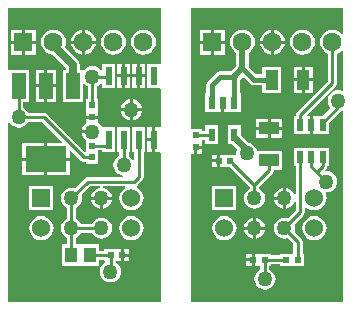
<source format=gtl>
G04*
G04 #@! TF.GenerationSoftware,Altium Limited,Altium Designer,20.2.6 (244)*
G04*
G04 Layer_Physical_Order=1*
G04 Layer_Color=255*
%FSLAX25Y25*%
%MOIN*%
G70*
G04*
G04 #@! TF.SameCoordinates,C884C1E4-69B8-4AE2-8FFD-ECE4C5FCCFCF*
G04*
G04*
G04 #@! TF.FilePolarity,Positive*
G04*
G01*
G75*
%ADD16R,0.04724X0.08661*%
%ADD17R,0.13780X0.08661*%
%ADD18R,0.02362X0.06102*%
%ADD20R,0.06693X0.04331*%
%ADD21R,0.02200X0.03850*%
%ADD22R,0.01968X0.02362*%
%ADD23R,0.04331X0.06693*%
%ADD24R,0.02362X0.01968*%
%ADD25R,0.03937X0.05118*%
%ADD40R,0.02362X0.04134*%
%ADD41C,0.01000*%
%ADD42C,0.02000*%
%ADD43C,0.01500*%
%ADD44C,0.02500*%
%ADD45C,0.05000*%
%ADD46C,0.06000*%
%ADD47R,0.06000X0.06000*%
%ADD48R,0.06299X0.06299*%
%ADD49C,0.06299*%
G36*
X152000Y180679D02*
X151681Y180311D01*
X151500Y180311D01*
X147319D01*
Y172209D01*
X151500D01*
X151681Y172209D01*
X152000Y171841D01*
Y159419D01*
X151681Y159051D01*
X151500Y159051D01*
X150000D01*
Y155000D01*
X149500D01*
D01*
X150000D01*
Y150949D01*
X151500D01*
X151681Y150949D01*
X152000Y150581D01*
Y101000D01*
X101000D01*
Y160524D01*
X101217Y160628D01*
X101500Y160660D01*
X102004Y160004D01*
X102735Y159443D01*
X103586Y159090D01*
X104500Y158970D01*
X105414Y159090D01*
X106265Y159443D01*
X106996Y160004D01*
X107557Y160735D01*
X107655Y160971D01*
X112208D01*
X118886Y154293D01*
X118695Y153831D01*
X114000D01*
Y149000D01*
X121390D01*
Y151136D01*
X121852Y151327D01*
X125197Y147982D01*
X125694Y147650D01*
X126279Y147534D01*
X127016D01*
Y146882D01*
X130984D01*
Y151471D01*
X132319D01*
Y150949D01*
X136681D01*
Y159051D01*
X132319D01*
X132319Y159051D01*
Y159051D01*
X132153Y159301D01*
X132057Y159446D01*
X132046Y159461D01*
X131496Y160177D01*
X130984Y160570D01*
Y162031D01*
X129000D01*
X127016D01*
Y160570D01*
X126504Y160177D01*
X125943Y159446D01*
X125590Y158595D01*
X125536Y158181D01*
X129000D01*
Y157181D01*
X125536D01*
X125590Y156767D01*
X125943Y155916D01*
X126504Y155185D01*
X127016Y154792D01*
Y151196D01*
X126516Y150989D01*
X113923Y163581D01*
X113427Y163913D01*
X112842Y164029D01*
X107655D01*
X107557Y164265D01*
X106996Y164996D01*
X106265Y165557D01*
X105974Y165678D01*
Y167579D01*
X107807D01*
Y178240D01*
X101083D01*
X101000Y178706D01*
Y199000D01*
X152000D01*
Y180679D01*
D02*
G37*
G36*
X212500Y190533D02*
X212027Y190372D01*
X211960Y190460D01*
X211093Y191125D01*
X210083Y191543D01*
X209000Y191685D01*
X207917Y191543D01*
X206907Y191125D01*
X206041Y190460D01*
X205375Y189593D01*
X204957Y188583D01*
X204815Y187500D01*
X204957Y186417D01*
X205375Y185407D01*
X206041Y184540D01*
X206907Y183875D01*
X207471Y183642D01*
Y174634D01*
X197178Y164341D01*
X196847Y163845D01*
X196730Y163260D01*
Y162800D01*
X196160D01*
Y156950D01*
X201500D01*
Y159875D01*
Y162800D01*
X200616D01*
X200425Y163262D01*
X210081Y172919D01*
X210413Y173415D01*
X210529Y174000D01*
Y183642D01*
X211093Y183875D01*
X211960Y184540D01*
X212027Y184628D01*
X212500Y184467D01*
Y171617D01*
X212084Y171339D01*
X211914Y171410D01*
X211000Y171530D01*
X210086Y171410D01*
X209235Y171057D01*
X208504Y170496D01*
X207943Y169765D01*
X207590Y168914D01*
X207470Y168000D01*
X207590Y167086D01*
X207943Y166235D01*
X208451Y165573D01*
X205677Y162800D01*
X202500D01*
Y159875D01*
Y156950D01*
X207840D01*
Y160637D01*
X211775Y164572D01*
X211914Y164590D01*
X212084Y164661D01*
X212500Y164383D01*
Y101000D01*
X162000D01*
Y150350D01*
X163000D01*
Y152532D01*
X163500D01*
Y153032D01*
X165484D01*
Y154939D01*
X166579D01*
Y153618D01*
X170941D01*
Y159752D01*
X166579D01*
Y157998D01*
X165484D01*
Y158650D01*
X162000D01*
Y199000D01*
X212500D01*
Y190533D01*
D02*
G37*
%LPC*%
G36*
X126500Y191620D02*
Y188000D01*
X130120D01*
X130043Y188583D01*
X129625Y189593D01*
X128960Y190460D01*
X128093Y191125D01*
X127083Y191543D01*
X126500Y191620D01*
D02*
G37*
G36*
X125500D02*
X124917Y191543D01*
X123907Y191125D01*
X123040Y190460D01*
X122375Y189593D01*
X121957Y188583D01*
X121880Y188000D01*
X125500D01*
Y191620D01*
D02*
G37*
G36*
X110150Y191650D02*
X106500D01*
Y188000D01*
X110150D01*
Y191650D01*
D02*
G37*
G36*
X105500D02*
X101850D01*
Y188000D01*
X105500D01*
Y191650D01*
D02*
G37*
G36*
X130120Y187000D02*
X126500D01*
Y183380D01*
X127083Y183457D01*
X128093Y183875D01*
X128960Y184540D01*
X129625Y185407D01*
X130043Y186417D01*
X130120Y187000D01*
D02*
G37*
G36*
X125500D02*
X121880D01*
X121957Y186417D01*
X122375Y185407D01*
X123040Y184540D01*
X123907Y183875D01*
X124917Y183457D01*
X125500Y183380D01*
Y187000D01*
D02*
G37*
G36*
X110150D02*
X106500D01*
Y183350D01*
X110150D01*
Y187000D01*
D02*
G37*
G36*
X105500D02*
X101850D01*
Y183350D01*
X105500D01*
Y187000D01*
D02*
G37*
G36*
X146000Y191685D02*
X144917Y191543D01*
X143907Y191125D01*
X143041Y190460D01*
X142375Y189593D01*
X141957Y188583D01*
X141815Y187500D01*
X141957Y186417D01*
X142375Y185407D01*
X143041Y184540D01*
X143907Y183875D01*
X144917Y183457D01*
X146000Y183315D01*
X147083Y183457D01*
X148093Y183875D01*
X148960Y184540D01*
X149625Y185407D01*
X150043Y186417D01*
X150185Y187500D01*
X150043Y188583D01*
X149625Y189593D01*
X148960Y190460D01*
X148093Y191125D01*
X147083Y191543D01*
X146000Y191685D01*
D02*
G37*
G36*
X136000D02*
X134917Y191543D01*
X133907Y191125D01*
X133040Y190460D01*
X132375Y189593D01*
X131957Y188583D01*
X131815Y187500D01*
X131957Y186417D01*
X132375Y185407D01*
X133040Y184540D01*
X133907Y183875D01*
X134917Y183457D01*
X136000Y183315D01*
X137083Y183457D01*
X138093Y183875D01*
X138960Y184540D01*
X139625Y185407D01*
X140043Y186417D01*
X140185Y187500D01*
X140043Y188583D01*
X139625Y189593D01*
X138960Y190460D01*
X138093Y191125D01*
X137083Y191543D01*
X136000Y191685D01*
D02*
G37*
G36*
X146681Y180311D02*
X145000D01*
Y176760D01*
X146681D01*
Y180311D01*
D02*
G37*
G36*
X141681D02*
X140000D01*
Y176760D01*
X141681D01*
Y180311D01*
D02*
G37*
G36*
X144000D02*
X142319D01*
Y176760D01*
X144000D01*
Y180311D01*
D02*
G37*
G36*
X139000D02*
X137319D01*
Y176760D01*
X139000D01*
Y180311D01*
D02*
G37*
G36*
X116862Y178240D02*
X114000D01*
Y173409D01*
X116862D01*
Y178240D01*
D02*
G37*
G36*
X113000D02*
X110138D01*
Y173409D01*
X113000D01*
Y178240D01*
D02*
G37*
G36*
X146681Y175760D02*
X145000D01*
Y172209D01*
X146681D01*
Y175760D01*
D02*
G37*
G36*
X144000D02*
X142319D01*
Y172209D01*
X144000D01*
Y175760D01*
D02*
G37*
G36*
X141681D02*
X140000D01*
Y172209D01*
X141681D01*
Y175760D01*
D02*
G37*
G36*
X139000D02*
X137319D01*
Y172209D01*
X139000D01*
Y175760D01*
D02*
G37*
G36*
X116000Y191685D02*
X114917Y191543D01*
X113907Y191125D01*
X113040Y190460D01*
X112375Y189593D01*
X111957Y188583D01*
X111815Y187500D01*
X111957Y186417D01*
X112375Y185407D01*
X113040Y184540D01*
X113907Y183875D01*
X114917Y183457D01*
X115932Y183324D01*
X120261Y178995D01*
Y178240D01*
X119193D01*
Y167579D01*
X125917D01*
Y173447D01*
X126417Y173616D01*
X126504Y173504D01*
X127235Y172943D01*
X127471Y172845D01*
Y168650D01*
X127016D01*
Y164287D01*
Y163031D01*
X129000D01*
X130984D01*
Y164287D01*
Y168650D01*
X130529D01*
Y172845D01*
X130765Y172943D01*
X131496Y173504D01*
X131819Y173924D01*
X132319Y173755D01*
Y172209D01*
X136681D01*
Y180311D01*
X132319D01*
Y178245D01*
X131819Y178076D01*
X131496Y178496D01*
X130765Y179057D01*
X129914Y179410D01*
X129000Y179530D01*
X128086Y179410D01*
X127235Y179057D01*
X126504Y178496D01*
X126400Y178361D01*
X125917Y178240D01*
Y178240D01*
X125917Y178240D01*
X124849D01*
Y179945D01*
X124675Y180823D01*
X124177Y181567D01*
X119833Y185911D01*
X120043Y186417D01*
X120185Y187500D01*
X120043Y188583D01*
X119625Y189593D01*
X118959Y190460D01*
X118093Y191125D01*
X117083Y191543D01*
X116000Y191685D01*
D02*
G37*
G36*
X116862Y172409D02*
X114000D01*
Y167579D01*
X116862D01*
Y172409D01*
D02*
G37*
G36*
X113000D02*
X110138D01*
Y167579D01*
X113000D01*
Y172409D01*
D02*
G37*
G36*
X142500Y168464D02*
Y165500D01*
X145464D01*
X145410Y165914D01*
X145057Y166765D01*
X144496Y167496D01*
X143765Y168057D01*
X142914Y168410D01*
X142500Y168464D01*
D02*
G37*
G36*
X141500D02*
X141086Y168410D01*
X140235Y168057D01*
X139504Y167496D01*
X138943Y166765D01*
X138590Y165914D01*
X138536Y165500D01*
X141500D01*
Y168464D01*
D02*
G37*
G36*
X145464Y164500D02*
X142500D01*
Y161536D01*
X142914Y161590D01*
X143765Y161943D01*
X144496Y162504D01*
X145057Y163235D01*
X145410Y164086D01*
X145464Y164500D01*
D02*
G37*
G36*
X141500D02*
X138536D01*
X138590Y164086D01*
X138943Y163235D01*
X139504Y162504D01*
X140235Y161943D01*
X141086Y161590D01*
X141500Y161536D01*
Y164500D01*
D02*
G37*
G36*
X149000Y159051D02*
X147319D01*
Y155500D01*
X149000D01*
Y159051D01*
D02*
G37*
G36*
Y154500D02*
X147319D01*
Y150949D01*
X149000D01*
Y154500D01*
D02*
G37*
G36*
X113000Y153831D02*
X105610D01*
Y149000D01*
X113000D01*
Y153831D01*
D02*
G37*
G36*
X146681Y159051D02*
X142319D01*
Y150949D01*
X142971D01*
Y148507D01*
X142471Y148378D01*
X141996Y148996D01*
X141265Y149557D01*
X141029Y149655D01*
Y150949D01*
X141681D01*
Y159051D01*
X137319D01*
Y150949D01*
X137971D01*
Y149655D01*
X137735Y149557D01*
X137004Y148996D01*
X136443Y148265D01*
X136090Y147414D01*
X135970Y146500D01*
X136090Y145586D01*
X136443Y144735D01*
X137004Y144004D01*
X137735Y143443D01*
X138586Y143090D01*
X139047Y143029D01*
X139015Y142529D01*
X127500D01*
X126915Y142413D01*
X126419Y142081D01*
X123149Y138812D01*
X122914Y138910D01*
X122000Y139030D01*
X121086Y138910D01*
X120235Y138557D01*
X119504Y137996D01*
X118943Y137265D01*
X118590Y136414D01*
X118470Y135500D01*
X118590Y134586D01*
X118943Y133735D01*
X119504Y133004D01*
X120235Y132443D01*
X120471Y132345D01*
Y128655D01*
X120235Y128557D01*
X119504Y127996D01*
X118943Y127265D01*
X118590Y126414D01*
X118470Y125500D01*
X118590Y124586D01*
X118943Y123735D01*
X119504Y123004D01*
X120235Y122443D01*
X120471Y122345D01*
Y120059D01*
X118882D01*
Y112941D01*
X124681D01*
X124819Y112941D01*
X125181D01*
X125319Y112941D01*
X131118D01*
Y114971D01*
X132850D01*
Y114516D01*
X133040D01*
X133174Y114202D01*
X133181Y114016D01*
X132504Y113496D01*
X131943Y112765D01*
X131590Y111914D01*
X131470Y111000D01*
X131590Y110086D01*
X131943Y109235D01*
X132504Y108504D01*
X133235Y107943D01*
X134086Y107590D01*
X135000Y107470D01*
X135914Y107590D01*
X136765Y107943D01*
X137496Y108504D01*
X138057Y109235D01*
X138410Y110086D01*
X138530Y111000D01*
X138410Y111914D01*
X138057Y112765D01*
X137496Y113496D01*
X136819Y114016D01*
X136827Y114202D01*
X136960Y114516D01*
X138469D01*
Y116500D01*
Y118484D01*
X132850D01*
Y118029D01*
X131118D01*
Y120059D01*
X125319D01*
X125181Y120059D01*
X124819D01*
X124681Y120059D01*
X123529D01*
Y122345D01*
X123765Y122443D01*
X124496Y123004D01*
X125057Y123735D01*
X125155Y123971D01*
X128845D01*
X128943Y123735D01*
X129504Y123004D01*
X130235Y122443D01*
X131086Y122090D01*
X132000Y121970D01*
X132914Y122090D01*
X133765Y122443D01*
X134496Y123004D01*
X135057Y123735D01*
X135410Y124586D01*
X135530Y125500D01*
X135410Y126414D01*
X135057Y127265D01*
X134496Y127996D01*
X133765Y128557D01*
X132914Y128910D01*
X132000Y129030D01*
X131086Y128910D01*
X130235Y128557D01*
X129504Y127996D01*
X128943Y127265D01*
X128845Y127029D01*
X125155D01*
X125057Y127265D01*
X124496Y127996D01*
X123765Y128557D01*
X123529Y128655D01*
Y132345D01*
X123765Y132443D01*
X124496Y133004D01*
X125057Y133735D01*
X125410Y134586D01*
X125530Y135500D01*
X125410Y136414D01*
X125312Y136649D01*
X128133Y139471D01*
X131515D01*
X131547Y138971D01*
X131086Y138910D01*
X130235Y138557D01*
X129504Y137996D01*
X128943Y137265D01*
X128590Y136414D01*
X128536Y136000D01*
X132000D01*
X135464D01*
X135410Y136414D01*
X135057Y137265D01*
X134496Y137996D01*
X133765Y138557D01*
X132914Y138910D01*
X132453Y138971D01*
X132485Y139471D01*
X139700D01*
X139955Y139024D01*
X139952Y138971D01*
X139147Y138353D01*
X138506Y137517D01*
X138103Y136544D01*
X137966Y135500D01*
X138103Y134456D01*
X138506Y133483D01*
X139147Y132647D01*
X139983Y132006D01*
X140956Y131603D01*
X142000Y131465D01*
X143044Y131603D01*
X144017Y132006D01*
X144853Y132647D01*
X145494Y133483D01*
X145897Y134456D01*
X146035Y135500D01*
X145897Y136544D01*
X145494Y137517D01*
X144853Y138353D01*
X144017Y138994D01*
X143716Y139119D01*
X143683Y139237D01*
X143703Y139665D01*
X144081Y139919D01*
X145581Y141419D01*
X145913Y141915D01*
X146029Y142500D01*
Y150949D01*
X146681D01*
Y159051D01*
D02*
G37*
G36*
X121390Y148000D02*
X114000D01*
Y143169D01*
X121390D01*
Y148000D01*
D02*
G37*
G36*
X113000D02*
X105610D01*
Y143169D01*
X113000D01*
Y148000D01*
D02*
G37*
G36*
X135464Y135000D02*
X132500D01*
Y132036D01*
X132914Y132090D01*
X133765Y132443D01*
X134496Y133004D01*
X135057Y133735D01*
X135410Y134586D01*
X135464Y135000D01*
D02*
G37*
G36*
X131500D02*
X128536D01*
X128590Y134586D01*
X128943Y133735D01*
X129504Y133004D01*
X130235Y132443D01*
X131086Y132090D01*
X131500Y132036D01*
Y135000D01*
D02*
G37*
G36*
X116000Y139500D02*
X108000D01*
Y131500D01*
X116000D01*
Y139500D01*
D02*
G37*
G36*
X142000Y129534D02*
X140956Y129397D01*
X139983Y128994D01*
X139147Y128353D01*
X138506Y127517D01*
X138103Y126544D01*
X137966Y125500D01*
X138103Y124456D01*
X138506Y123483D01*
X139147Y122647D01*
X139983Y122006D01*
X140956Y121603D01*
X142000Y121466D01*
X143044Y121603D01*
X144017Y122006D01*
X144853Y122647D01*
X145494Y123483D01*
X145897Y124456D01*
X146035Y125500D01*
X145897Y126544D01*
X145494Y127517D01*
X144853Y128353D01*
X144017Y128994D01*
X143044Y129397D01*
X142000Y129534D01*
D02*
G37*
G36*
X112000D02*
X110956Y129397D01*
X109983Y128994D01*
X109147Y128353D01*
X108506Y127517D01*
X108103Y126544D01*
X107966Y125500D01*
X108103Y124456D01*
X108506Y123483D01*
X109147Y122647D01*
X109983Y122006D01*
X110956Y121603D01*
X112000Y121466D01*
X113044Y121603D01*
X114017Y122006D01*
X114853Y122647D01*
X115494Y123483D01*
X115897Y124456D01*
X116034Y125500D01*
X115897Y126544D01*
X115494Y127517D01*
X114853Y128353D01*
X114017Y128994D01*
X113044Y129397D01*
X112000Y129534D01*
D02*
G37*
G36*
X141150Y118484D02*
X139469D01*
Y117000D01*
X141150D01*
Y118484D01*
D02*
G37*
G36*
Y116000D02*
X139469D01*
Y114516D01*
X141150D01*
Y116000D01*
D02*
G37*
G36*
X189500Y191620D02*
Y188000D01*
X193120D01*
X193043Y188583D01*
X192625Y189593D01*
X191960Y190460D01*
X191093Y191125D01*
X190083Y191543D01*
X189500Y191620D01*
D02*
G37*
G36*
X188500D02*
X187917Y191543D01*
X186907Y191125D01*
X186040Y190460D01*
X185375Y189593D01*
X184957Y188583D01*
X184880Y188000D01*
X188500D01*
Y191620D01*
D02*
G37*
G36*
X173150Y191650D02*
X169500D01*
Y188000D01*
X173150D01*
Y191650D01*
D02*
G37*
G36*
X168500D02*
X164850D01*
Y188000D01*
X168500D01*
Y191650D01*
D02*
G37*
G36*
X193120Y187000D02*
X189500D01*
Y183380D01*
X190083Y183457D01*
X191093Y183875D01*
X191960Y184540D01*
X192625Y185407D01*
X193043Y186417D01*
X193120Y187000D01*
D02*
G37*
G36*
X188500D02*
X184880D01*
X184957Y186417D01*
X185375Y185407D01*
X186040Y184540D01*
X186907Y183875D01*
X187917Y183457D01*
X188500Y183380D01*
Y187000D01*
D02*
G37*
G36*
X173150D02*
X169500D01*
Y183350D01*
X173150D01*
Y187000D01*
D02*
G37*
G36*
X168500D02*
X164850D01*
Y183350D01*
X168500D01*
Y187000D01*
D02*
G37*
G36*
X199000Y191685D02*
X197917Y191543D01*
X196907Y191125D01*
X196040Y190460D01*
X195375Y189593D01*
X194957Y188583D01*
X194815Y187500D01*
X194957Y186417D01*
X195375Y185407D01*
X196040Y184540D01*
X196907Y183875D01*
X197917Y183457D01*
X199000Y183315D01*
X200083Y183457D01*
X201093Y183875D01*
X201959Y184540D01*
X202625Y185407D01*
X203043Y186417D01*
X203185Y187500D01*
X203043Y188583D01*
X202625Y189593D01*
X201959Y190460D01*
X201093Y191125D01*
X200083Y191543D01*
X199000Y191685D01*
D02*
G37*
G36*
X179000D02*
X177917Y191543D01*
X176907Y191125D01*
X176040Y190460D01*
X175375Y189593D01*
X174957Y188583D01*
X174815Y187500D01*
X174957Y186417D01*
X175375Y185407D01*
X176040Y184540D01*
X176907Y183875D01*
X176961Y183853D01*
Y179584D01*
X175141Y177764D01*
X171479D01*
X171479Y177764D01*
X170797Y177628D01*
X170218Y177241D01*
X167498Y174522D01*
X167111Y173943D01*
X166976Y173260D01*
Y170382D01*
X166579D01*
Y164248D01*
X172000D01*
Y167315D01*
X173000D01*
Y164248D01*
X178421D01*
Y170382D01*
X178024D01*
Y174880D01*
X179180Y176036D01*
X181477Y173738D01*
X181477Y173738D01*
X182056Y173352D01*
X182739Y173216D01*
X185520D01*
Y170653D01*
X191850D01*
Y179347D01*
X185520D01*
Y176784D01*
X183478D01*
X181039Y179223D01*
Y183853D01*
X181093Y183875D01*
X181959Y184540D01*
X182625Y185407D01*
X183043Y186417D01*
X183185Y187500D01*
X183043Y188583D01*
X182625Y189593D01*
X181959Y190460D01*
X181093Y191125D01*
X180083Y191543D01*
X179000Y191685D01*
D02*
G37*
G36*
X202480Y179347D02*
X199815D01*
Y175500D01*
X202480D01*
Y179347D01*
D02*
G37*
G36*
X198815D02*
X196150D01*
Y175500D01*
X198815D01*
Y179347D01*
D02*
G37*
G36*
X202480Y174500D02*
X199815D01*
Y170653D01*
X202480D01*
Y174500D01*
D02*
G37*
G36*
X198815D02*
X196150D01*
Y170653D01*
X198815D01*
Y174500D01*
D02*
G37*
G36*
X192347Y161980D02*
X188500D01*
Y159315D01*
X192347D01*
Y161980D01*
D02*
G37*
G36*
X187500D02*
X183653D01*
Y159315D01*
X187500D01*
Y161980D01*
D02*
G37*
G36*
X192347Y158315D02*
X188500D01*
Y155650D01*
X192347D01*
Y158315D01*
D02*
G37*
G36*
X187500D02*
X183653D01*
Y155650D01*
X187500D01*
Y158315D01*
D02*
G37*
G36*
X165484Y152032D02*
X164000D01*
Y150350D01*
X165484D01*
Y152032D01*
D02*
G37*
G36*
X170531Y149984D02*
X168850D01*
Y148500D01*
X170531D01*
Y149984D01*
D02*
G37*
G36*
Y147500D02*
X168850D01*
Y146016D01*
X170531D01*
Y147500D01*
D02*
G37*
G36*
X207840Y152050D02*
X196160D01*
Y146200D01*
X196730D01*
Y136946D01*
X196230Y136847D01*
X196057Y137265D01*
X195496Y137996D01*
X194765Y138557D01*
X193914Y138910D01*
X193500Y138964D01*
Y135500D01*
Y132036D01*
X193914Y132090D01*
X194765Y132443D01*
X195496Y133004D01*
X196057Y133735D01*
X196230Y134153D01*
X196730Y134054D01*
Y131393D01*
X194149Y128812D01*
X193914Y128910D01*
X193000Y129030D01*
X192086Y128910D01*
X191235Y128557D01*
X190504Y127996D01*
X189943Y127265D01*
X189590Y126414D01*
X189470Y125500D01*
X189590Y124586D01*
X189943Y123735D01*
X190504Y123004D01*
X191235Y122443D01*
X192086Y122090D01*
X193000Y121970D01*
X193914Y122090D01*
X194149Y122188D01*
X195971Y120367D01*
Y116984D01*
X191382D01*
Y116529D01*
X188650D01*
Y116984D01*
X183031D01*
Y115000D01*
Y113016D01*
X184939D01*
Y111642D01*
X184735Y111557D01*
X184004Y110996D01*
X183443Y110265D01*
X183090Y109414D01*
X182970Y108500D01*
X183090Y107586D01*
X183443Y106735D01*
X184004Y106004D01*
X184735Y105443D01*
X185586Y105090D01*
X186500Y104970D01*
X187414Y105090D01*
X188265Y105443D01*
X188996Y106004D01*
X189557Y106735D01*
X189910Y107586D01*
X190030Y108500D01*
X189910Y109414D01*
X189557Y110265D01*
X188996Y110996D01*
X188265Y111557D01*
X187998Y111668D01*
Y113016D01*
X188650D01*
Y113471D01*
X191382D01*
Y113016D01*
X199681D01*
Y116984D01*
X199029D01*
Y121000D01*
X198913Y121585D01*
X198581Y122081D01*
X196312Y124351D01*
X196410Y124586D01*
X196530Y125500D01*
X196410Y126414D01*
X196312Y126649D01*
X199341Y129678D01*
X199673Y130175D01*
X199789Y130760D01*
Y132343D01*
X200289Y132538D01*
X200983Y132006D01*
X201956Y131603D01*
X203000Y131465D01*
X204044Y131603D01*
X205017Y132006D01*
X205853Y132647D01*
X206494Y133483D01*
X206897Y134456D01*
X207034Y135500D01*
X206897Y136544D01*
X206707Y137004D01*
X206966Y137416D01*
X207052Y137477D01*
X207914Y137590D01*
X208765Y137943D01*
X209496Y138504D01*
X210057Y139235D01*
X210410Y140086D01*
X210530Y141000D01*
X210410Y141914D01*
X210057Y142765D01*
X209496Y143496D01*
X208765Y144057D01*
X207914Y144410D01*
X207000Y144530D01*
X206885Y144515D01*
X206651Y144989D01*
X206822Y145159D01*
X207153Y145655D01*
X207262Y146200D01*
X207840D01*
Y152050D01*
D02*
G37*
G36*
X192500Y138964D02*
X192086Y138910D01*
X191235Y138557D01*
X190504Y137996D01*
X189943Y137265D01*
X189590Y136414D01*
X189536Y136000D01*
X192500D01*
Y138964D01*
D02*
G37*
G36*
Y135000D02*
X189536D01*
X189590Y134586D01*
X189943Y133735D01*
X190504Y133004D01*
X191235Y132443D01*
X192086Y132090D01*
X192500Y132036D01*
Y135000D01*
D02*
G37*
G36*
X178421Y159752D02*
X174059D01*
Y153618D01*
X175537D01*
X177281Y151874D01*
X177090Y151414D01*
X176970Y150500D01*
X176988Y150360D01*
X176658Y149984D01*
X171531D01*
Y148000D01*
Y146016D01*
X174790D01*
X181471Y139335D01*
Y138655D01*
X181235Y138557D01*
X180504Y137996D01*
X179943Y137265D01*
X179590Y136414D01*
X179470Y135500D01*
X179590Y134586D01*
X179943Y133735D01*
X180504Y133004D01*
X181235Y132443D01*
X182086Y132090D01*
X183000Y131970D01*
X183914Y132090D01*
X184765Y132443D01*
X185496Y133004D01*
X186057Y133735D01*
X186410Y134586D01*
X186530Y135500D01*
X186410Y136414D01*
X186057Y137265D01*
X185496Y137996D01*
X184765Y138557D01*
X184529Y138655D01*
Y139335D01*
X189081Y143887D01*
X189413Y144383D01*
X189529Y144968D01*
Y145020D01*
X192347D01*
Y151350D01*
X183918D01*
X183910Y151414D01*
X183557Y152265D01*
X182996Y152996D01*
X182265Y153557D01*
X181414Y153910D01*
X180953Y153971D01*
X178421Y156502D01*
Y159752D01*
D02*
G37*
G36*
X177000Y139500D02*
X169000D01*
Y131500D01*
X177000D01*
Y139500D01*
D02*
G37*
G36*
X183500Y128964D02*
Y126000D01*
X186464D01*
X186410Y126414D01*
X186057Y127265D01*
X185496Y127996D01*
X184765Y128557D01*
X183914Y128910D01*
X183500Y128964D01*
D02*
G37*
G36*
X182500D02*
X182086Y128910D01*
X181235Y128557D01*
X180504Y127996D01*
X179943Y127265D01*
X179590Y126414D01*
X179536Y126000D01*
X182500D01*
Y128964D01*
D02*
G37*
G36*
X186464Y125000D02*
X183500D01*
Y122036D01*
X183914Y122090D01*
X184765Y122443D01*
X185496Y123004D01*
X186057Y123735D01*
X186410Y124586D01*
X186464Y125000D01*
D02*
G37*
G36*
X182500D02*
X179536D01*
X179590Y124586D01*
X179943Y123735D01*
X180504Y123004D01*
X181235Y122443D01*
X182086Y122090D01*
X182500Y122036D01*
Y125000D01*
D02*
G37*
G36*
X203000Y129534D02*
X201956Y129397D01*
X200983Y128994D01*
X200147Y128353D01*
X199506Y127517D01*
X199103Y126544D01*
X198966Y125500D01*
X199103Y124456D01*
X199506Y123483D01*
X200147Y122647D01*
X200983Y122006D01*
X201956Y121603D01*
X203000Y121466D01*
X204044Y121603D01*
X205017Y122006D01*
X205853Y122647D01*
X206494Y123483D01*
X206897Y124456D01*
X207034Y125500D01*
X206897Y126544D01*
X206494Y127517D01*
X205853Y128353D01*
X205017Y128994D01*
X204044Y129397D01*
X203000Y129534D01*
D02*
G37*
G36*
X173000D02*
X171956Y129397D01*
X170983Y128994D01*
X170147Y128353D01*
X169506Y127517D01*
X169103Y126544D01*
X168965Y125500D01*
X169103Y124456D01*
X169506Y123483D01*
X170147Y122647D01*
X170983Y122006D01*
X171956Y121603D01*
X173000Y121466D01*
X174044Y121603D01*
X175017Y122006D01*
X175853Y122647D01*
X176494Y123483D01*
X176897Y124456D01*
X177034Y125500D01*
X176897Y126544D01*
X176494Y127517D01*
X175853Y128353D01*
X175017Y128994D01*
X174044Y129397D01*
X173000Y129534D01*
D02*
G37*
G36*
X182032Y116984D02*
X180350D01*
Y115500D01*
X182032D01*
Y116984D01*
D02*
G37*
G36*
Y114500D02*
X180350D01*
Y113016D01*
X182032D01*
Y114500D01*
D02*
G37*
%LPD*%
D16*
X122555Y172909D02*
D03*
X113500D02*
D03*
X104445D02*
D03*
D17*
X113500Y148500D02*
D03*
D18*
X149500Y176260D02*
D03*
X144500D02*
D03*
X139500D02*
D03*
X134500D02*
D03*
X149500Y155000D02*
D03*
X144500D02*
D03*
X139500D02*
D03*
X134500D02*
D03*
D20*
X188000Y148185D02*
D03*
Y158815D02*
D03*
D21*
X198260Y159875D02*
D03*
X202000D02*
D03*
X205740D02*
D03*
Y149125D02*
D03*
X202000D02*
D03*
X198260D02*
D03*
D22*
X163500Y156468D02*
D03*
Y152532D02*
D03*
X129000Y166469D02*
D03*
Y162531D02*
D03*
X129000Y149063D02*
D03*
Y153000D02*
D03*
D23*
X199315Y175000D02*
D03*
X188685D02*
D03*
D24*
X174969Y148000D02*
D03*
X171031D02*
D03*
X186469Y115000D02*
D03*
X182531D02*
D03*
X197500Y115000D02*
D03*
X193563D02*
D03*
X135031Y116500D02*
D03*
X138969D02*
D03*
D25*
X128150Y116500D02*
D03*
X121850D02*
D03*
D40*
X176240Y156685D02*
D03*
X168760D02*
D03*
Y167315D02*
D03*
X172500D02*
D03*
X176240D02*
D03*
D41*
X129000Y176000D02*
X134240D01*
X139500Y146500D02*
Y155000D01*
X134240Y176000D02*
X134500Y176260D01*
X203750Y144250D02*
X207000Y141000D01*
X202000Y146000D02*
X203750Y144250D01*
X205740Y146240D02*
Y149125D01*
X203750Y144250D02*
X205740Y146240D01*
X202000Y146000D02*
Y149125D01*
X193000Y125500D02*
X198260Y130760D01*
Y149125D01*
Y159875D02*
Y163260D01*
X209000Y174000D01*
Y187500D01*
X205740Y159875D02*
Y160700D01*
X211000Y165960D01*
Y168000D01*
X163500Y156468D02*
X168543D01*
X168760Y156685D01*
X188000Y144968D02*
Y148185D01*
X183000Y139969D02*
X188000Y144968D01*
X174969Y148000D02*
X175165D01*
X175650Y147516D01*
Y147319D02*
Y147516D01*
Y147319D02*
X183000Y139969D01*
Y135500D02*
Y139969D01*
X193000Y125500D02*
X197500Y121000D01*
Y115000D02*
Y121000D01*
X186500Y108500D02*
Y109500D01*
X186469Y109531D02*
Y115000D01*
Y109531D02*
X186500Y109500D01*
X193563Y115000D02*
X193563Y115000D01*
X186469Y115000D02*
X193563D01*
X126279Y149063D02*
X129000D01*
X112842Y162500D02*
X126279Y149063D01*
X104500Y162500D02*
X112842D01*
X122000Y135500D02*
X127500Y141000D01*
X143000D01*
X144500Y142500D01*
X129000Y166469D02*
Y176000D01*
X129000Y176000D01*
X104445Y162555D02*
Y172909D01*
Y162555D02*
X104500Y162500D01*
X129000Y153000D02*
X133819D01*
X134500Y153681D01*
Y155000D01*
X144500Y142500D02*
Y155000D01*
X135000Y111000D02*
Y111500D01*
X135031Y111531D01*
Y116500D01*
X128150Y116500D02*
X128150Y116500D01*
X135031D01*
X122000Y116650D02*
Y125500D01*
X121850Y116500D02*
X122000Y116650D01*
Y125500D02*
X132000D01*
X122000D02*
Y135500D01*
D42*
X176240Y155799D02*
Y156685D01*
X180500Y150500D02*
Y151539D01*
X176240Y155799D02*
X180500Y151539D01*
X179000Y178739D02*
Y187500D01*
X176240Y175979D02*
X179000Y178739D01*
D43*
X176240Y167315D02*
Y175979D01*
X171479D02*
X176240D01*
X168760Y173260D02*
X171479Y175979D01*
X168760Y167315D02*
Y173260D01*
X182739Y175000D02*
X188685D01*
X179000Y178739D02*
X182739Y175000D01*
D44*
X116000Y186500D02*
Y187500D01*
X122555Y172909D02*
Y179945D01*
X116000Y186500D02*
X122555Y179945D01*
D45*
X193000Y125500D02*
D03*
X183000D02*
D03*
Y135500D02*
D03*
X193000D02*
D03*
X132000D02*
D03*
X122000D02*
D03*
Y125500D02*
D03*
X132000D02*
D03*
X129000Y176000D02*
D03*
X139500Y146500D02*
D03*
X180500Y150500D02*
D03*
X207000Y141000D02*
D03*
X211000Y168000D02*
D03*
X186500Y108500D02*
D03*
X129000Y157681D02*
D03*
X142000Y165000D02*
D03*
X104500Y162500D02*
D03*
X135000Y111000D02*
D03*
D46*
X203000Y125500D02*
D03*
X173000D02*
D03*
X203000Y135500D02*
D03*
X142000D02*
D03*
X112000Y125500D02*
D03*
X142000D02*
D03*
D47*
X173000Y135500D02*
D03*
X112000D02*
D03*
D48*
X169000Y187500D02*
D03*
X106000D02*
D03*
D49*
X179000D02*
D03*
X189000D02*
D03*
X199000D02*
D03*
X209000D02*
D03*
X116000D02*
D03*
X126000D02*
D03*
X136000D02*
D03*
X146000D02*
D03*
M02*

</source>
